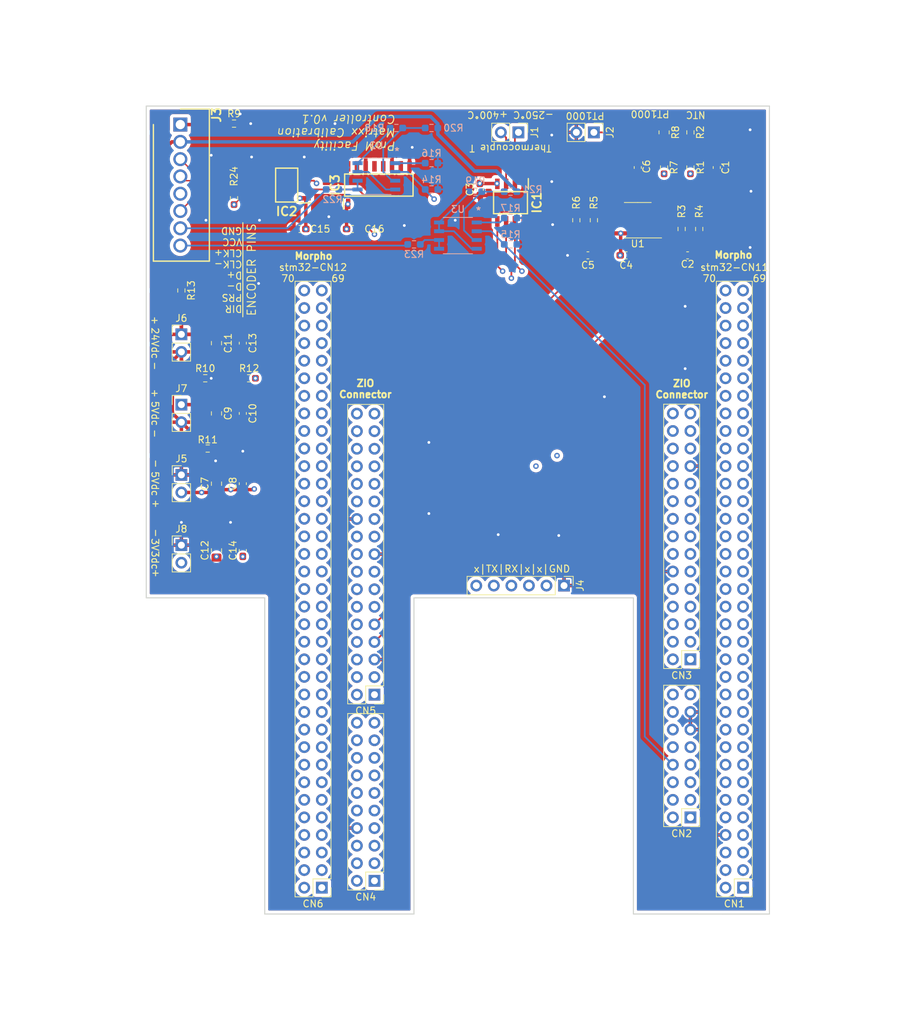
<source format=kicad_pcb>
(kicad_pcb (version 20211014) (generator pcbnew)
  (title_block (title "Expansion_Adapter") (date "2022-02-08") (rev "0.1.0") (company "ProM Facility"))
  (layers (0 "F.Cu" mixed) (1 "In1.Cu" mixed) (2 "In2.Cu" mixed) (31 "B.Cu" mixed) (34 "B.Paste" user) (35 "F.Paste" user) (36 "B.SilkS" user "B.Silkscreen") (37 "F.SilkS" user "F.Silkscreen") (38 "B.Mask" user) (39 "F.Mask" user) (44 "Edge.Cuts" user))
  (net 0 "")
  (net 1 "GND")
  (net 2 "+3V3")
  (net 3 "Net-(C1-Pad1)")
  (net 4 "Net-(C6-Pad1)")
  (net 41 "Net-(R5-Pad1)")
  (net 224 "Net-(IC1-Pad2)")
  (net 225 "Net-(IC1-Pad3)")
  (net 236 "Net-(R3-Pad1)")
  (net 237 "Net-(R16-Pad2)")
  (net 238 "Net-(R17-Pad2)")
  (net 239 "Net-(R18-Pad1)")
  (net 240 "Net-(R18-Pad2)")
  (net 241 "Net-(R19-Pad1)")
  (net 242 "Net-(R19-Pad2)")
  (net 243 "Net-(R22-Pad2)")
  (net 244 "Net-(R23-Pad2)")
  (net 245 "+5V")
  (net 246 "/encoder_interface/ENC_to_BUFF_DATA")
  (net 247 "/connectors/ENC_GND")
  (net 248 "/connectors/NTC_A_OUT")
  (net 249 "/connectors/RTD_A_OUT")
  (net 250 "/connectors/+5Vdc_ext")
  (net 251 "/connectors/GND_PWR")
  (net 252 "/connectors/+24Vdc_ext")
  (net 253 "/connectors/MCU_to_ENC_CLK")
  (net 254 "/connectors/BUFF_to_MCU_DATA")
  (net 255 "/connectors/MCU_PRESET")
  (net 256 "/connectors/MCU_DIR")
  (net 257 "/connectors/THCP_SPI_SCK")
  (net 258 "/connectors/THCP_SPI_NSS")
  (net 259 "/connectors/THCP_SPI_MISO")
  (net 261 "Net-(CN5-Pad16)")
  (net 262 "Net-(CN5-Pad14)")
  (net 263 "/connectors/ENC_SSI_CLK+")
  (net 264 "/connectors/ENC_SSI_CLK-")
  (net 265 "/connectors/ENC_SSI_DATA-")
  (net 266 "/connectors/ENC_SSI_DATA+")
  (net 267 "/connectors/ENC_VCC")
  (net 268 "/connectors/ENC_PRESET")
  (net 269 "/connectors/ENC_DIR")
  (footprint "Capacitor_SMD:C_0603_1608Metric_Pad1.08x0.95mm_HandSolder" (layer "F.Cu") (at 142.24 63.495 90)
    (fp_text reference "C6")
    (fp_text value "10n")
  )
  (footprint "Capacitor_SMD:C_0805_2012Metric_Pad1.18x1.45mm_HandSolder" (layer "F.Cu") (at 81.28 88.895 -90)
    (fp_text reference "C11")
    (fp_text value "1u 50V")
  )
  (footprint "Resistor_SMD:R_0603_1608Metric_Pad0.98x0.95mm_HandSolder" (layer "F.Cu") (at 146.05 63.495 -90)
    (fp_text reference "R7")
    (fp_text value "6k8")
  )
  (footprint "Resistor_SMD:R_0603_1608Metric_Pad0.98x0.95mm_HandSolder" (layer "F.Cu") (at 149.86 58.415 -90)
    (fp_text reference "R2")
    (fp_text value "NTCG163JH103JT1")
  )
  (footprint "Resistor_SMD:R_0603_1608Metric_Pad0.98x0.95mm_HandSolder" (layer "F.Cu") (at 149.86 63.495 -90)
    (fp_text reference "R1")
    (fp_text value "10k")
  )
  (footprint "Connector_PinHeader_2.54mm:PinHeader_2x17_P2.54mm_Vertical" (layer "F.Cu") (at 104.14 139.725 180)
    (fp_text reference "CN5")
    (fp_text value "CN10")
  )
  (footprint "Capacitor_SMD:C_0603_1608Metric_Pad1.08x0.95mm_HandSolder" (layer "F.Cu") (at 100.965 72.385)
    (fp_text reference "C16")
    (fp_text value "100n")
  )
  (footprint "Capacitor_SMD:C_0603_1608Metric_Pad1.08x0.95mm_HandSolder" (layer "F.Cu") (at 135.0275 76.195 180)
    (fp_text reference "C5")
    (fp_text value "10n")
  )
  (footprint "Resistor_SMD:R_0805_2012Metric_Pad1.20x1.40mm_HandSolder" (layer "F.Cu") (at 146.05 58.415 -90)
    (fp_text reference "R8")
    (fp_text value "P1K0.0805.2P.B")
  )
  (footprint "SamacSys_Parts:SOIC127P600X175-8N" (layer "F.Cu") (at 91.44 66.035 180)
    (fp_text reference "IC2")
    (fp_text value "MAX490CSA+" hide)
  )
  (footprint "Connector_PinHeader_2.54mm:PinHeader_1x02_P2.54mm_Vertical" (layer "F.Cu") (at 76.2 87.62)
    (fp_text reference "J6")
    (fp_text value "Screw_Terminal_01x02")
  )
  (footprint "Connector_PinHeader_2.54mm:PinHeader_1x02_P2.54mm_Vertical" (layer "F.Cu") (at 124.973 58.415 -90)
    (fp_text reference "J1")
    (fp_text value "Screw_Terminal_01x02")
  )
  (footprint "Connector_PinHeader_2.54mm:PinHeader_1x06_P2.54mm_Vertical" (layer "F.Cu") (at 131.572 123.952 -90)
    (fp_text reference "J4")
    (fp_text value "Conn_01x06")
  )
  (footprint "Resistor_SMD:R_0603_1608Metric_Pad0.98x0.95mm_HandSolder" (layer "F.Cu") (at 135.89 71.115 -90)
    (fp_text reference "R5")
    (fp_text value "10K")
  )
  (footprint "Resistor_SMD:R_0603_1608Metric_Pad0.98x0.95mm_HandSolder" (layer "F.Cu") (at 83.82 57.145)
    (fp_text reference "R9")
    (fp_text value "0R")
  )
  (footprint "Capacitor_SMD:C_0805_2012Metric_Pad1.18x1.45mm_HandSolder" (layer "F.Cu") (at 81.28 99.055 -90)
    (fp_text reference "C9")
    (fp_text value "1u 10V")
  )
  (footprint "Connector_PinHeader_2.54mm:PinHeader_1x02_P2.54mm_Vertical" (layer "F.Cu") (at 76.2 118.105)
    (fp_text reference "J8")
    (fp_text value "Conn_01x02")
  )
  (footprint "Capacitor_SMD:C_0805_2012Metric_Pad1.18x1.45mm_HandSolder" (layer "F.Cu") (at 81.28 118.867 90)
    (fp_text reference "C12")
    (fp_text value "1u 10V")
  )
  (footprint "Capacitor_SMD:C_0603_1608Metric_Pad1.08x0.95mm_HandSolder" (layer "F.Cu") (at 85.09 99.055 -90)
    (fp_text reference "C10")
    (fp_text value "100n 10V")
  )
  (footprint "Connector_PinHeader_2.54mm:PinHeader_2x08_P2.54mm_Vertical" (layer "F.Cu") (at 149.86 157.475 180)
    (fp_text reference "CN2")
    (fp_text value "CN8")
  )
  (footprint "Connector_PinHeader_2.54mm:PinHeader_2x10_P2.54mm_Vertical" (layer "F.Cu") (at 104.14 166.645 180)
    (fp_text reference "CN4")
    (fp_text value "CN7")
  )
  (footprint "Capacitor_SMD:C_0603_1608Metric_Pad1.08x0.95mm_HandSolder" (layer "F.Cu") (at 93.345 72.385 180)
    (fp_text reference "C15")
    (fp_text value "100n")
  )
  (footprint "SamacSys_Parts:SOIC127P600X175-8N" (layer "F.Cu") (at 123.825 68.575 -90)
    (fp_text reference "IC1")
    (fp_text value "MAX31855TASA+" hide)
  )
  (footprint "Capacitor_SMD:C_0603_1608Metric_Pad1.08x0.95mm_HandSolder" (layer "F.Cu") (at 85.09 88.895 -90)
    (fp_text reference "C13")
    (fp_text value "100n 50V")
  )
  (footprint "Capacitor_SMD:C_0603_1608Metric_Pad1.08x0.95mm_HandSolder" (layer "F.Cu") (at 119.385 66.67 90)
    (fp_text reference "C3")
    (fp_text value "100n")
  )
  (footprint "Resistor_SMD:R_0603_1608Metric_Pad0.98x0.95mm_HandSolder" (layer "F.Cu") (at 151.13 72.385 90)
    (fp_text reference "R4")
    (fp_text value "100k")
  )
  (footprint "Capacitor_SMD:C_0603_1608Metric_Pad1.08x0.95mm_HandSolder" (layer "F.Cu") (at 140.5625 76.195 180)
    (fp_text reference "C4")
    (fp_text value "100n")
  )
  (footprint "Connector_PinHeader_2.54mm:PinHeader_2x15_P2.54mm_Vertical" (layer "F.Cu") (at 149.86 134.615 180)
    (fp_text reference "CN3")
    (fp_text value "CN9")
  )
  (footprint "Connector_PinHeader_2.54mm:PinHeader_1x02_P2.54mm_Vertical" (layer "F.Cu") (at 135.89 58.415 -90)
    (fp_text reference "J2")
    (fp_text value "NB-PTCO-126")
  )
  (footprint "SamacSys_Parts:SHDR8W80P0X250_1X8_2200X810X1010P" (layer "F.Cu") (at 76.05 57.285 -90)
    (fp_text reference "J3")
    (fp_text value "691382000008" hide)
  )
  (footprint "Capacitor_SMD:C_0603_1608Metric_Pad1.08x0.95mm_HandSolder" (layer "F.Cu") (at 153.67 63.495 90)
    (fp_text reference "C1")
    (fp_text value "10n")
  )
  (footprint "Resistor_SMD:R_0603_1608Metric_Pad0.98x0.95mm_HandSolder" (layer "F.Cu") (at 76.2 81.275 -90)
    (fp_text reference "R13")
    (fp_text value "0R")
  )
  (footprint "Connector_PinHeader_2.54mm:PinHeader_2x35_P2.54mm_Vertical" (layer "F.Cu") (at 157.48 167.635 180)
    (fp_text reference "CN1")
    (fp_text value "CN11")
  )
  (footprint "Resistor_SMD:R_0603_1608Metric_Pad0.98x0.95mm_HandSolder" (layer "F.Cu") (at 80.01 104.135 180)
    (fp_text reference "R11")
    (fp_text value "0R")
  )
  (footprint "Resistor_SMD:R_0603_1608Metric_Pad0.98x0.95mm_HandSolder" (layer "F.Cu") (at 148.59 72.385 -90)
    (fp_text reference "R3")
    (fp_text value "22k")
  )
  (footprint "Capacitor_SMD:C_0805_2012Metric_Pad1.18x1.45mm_HandSolder" (layer "F.Cu") (at 81.28 109.215 90)
    (fp_text reference "C7")
    (fp_text value "1u 10V")
  )
  (footprint "Connector_PinHeader_2.54mm:PinHeader_1x02_P2.54mm_Vertical" (layer "F.Cu") (at 76.2 97.785)
    (fp_text reference "J7")
    (fp_text value "Screw_Terminal_01x02")
  )
  (footprint "Capacitor_SMD:C_0603_1608Metric_Pad1.08x0.95mm_HandSolder" (layer "F.Cu") (at 149.4525 76.195)
    (fp_text reference "C2")
    (fp_text value "10n")
  )
  (footprint "Resistor_SMD:R_0603_1608Metric_Pad0.98x0.95mm_HandSolder" (layer "F.Cu") (at 133.35 71.115 90)
    (fp_text reference "R6")
    (fp_text value "2k4")
  )
  (footprint "Connector_PinHeader_2.54mm:PinHeader_1x02_P2.54mm_Vertical" (layer "F.Cu") (at 76.2 107.945)
    (fp_text reference "J5")
    (fp_text value "Conn_01x02")
  )
  (footprint "Resistor_SMD:R_0603_1608Metric_Pad0.98x0.95mm_HandSolder" (layer "F.Cu") (at 86.0025 93.975 180)
    (fp_text reference "R12")
    (fp_text value "0R")
  )
  (footprint "Connector_PinHeader_2.54mm:PinHeader_2x35_P2.54mm_Vertical" (layer "F.Cu") (at 96.52 167.635 180)
    (fp_text reference "CN6")
    (fp_text value "C12")
  )
  (footprint "Resistor_SMD:R_0603_1608Metric_Pad0.98x0.95mm_HandSolder" (layer "F.Cu") (at 79.6525 93.975)
    (fp_text reference "R10")
    (fp_text value "0R")
  )
  (footprint "Capacitor_SMD:C_0603_1608Metric_Pad1.08x0.95mm_HandSolder" (layer "F.Cu") (at 85.09 109.215 90)
    (fp_text reference "C8")
    (fp_text value "100n 10V")
  )
  (footprint "Package_SO:SOIC-8_3.9x4.9mm_P1.27mm" (layer "F.Cu") (at 142.24 71.115 180)
    (fp_text reference "U1")
    (fp_text value "MCP6477")
  )
  (footprint "SamacSys_Parts:SOIC127P600X175-16N" (layer "F.Cu") (at 104.775 66.035 90)
    (fp_text reference "IC3")
    (fp_text value "CD4050BD" hide)
  )
  (footprint "Resistor_SMD:R_0603_1608Metric_Pad0.98x0.95mm_HandSolder" (layer "F.Cu") (at 83.82 67.94 90)
    (fp_text reference "R24")
    (fp_text value "120R")
  )
  (footprint "Capacitor_SMD:C_0603_1608Metric_Pad1.08x0.95mm_HandSolder" (layer "F.Cu") (at 85.09 118.867 90)
    (fp_text reference "C14")
    (fp_text value "100n 10V")
  )
  (footprint "Resistor_SMD:R_0603_1608Metric_Pad0.98x0.95mm_HandSolder" (layer "B.Cu") (at 112.395 57.78 180)
    (fp_text reference "R20")
    (fp_text value "0R")
  )
  (footprint "Resistor_SMD:R_0603_1608Metric_Pad0.98x0.95mm_HandSolder" (layer "B.Cu") (at 112.395 62.86 180)
    (fp_text reference "R16")
    (fp_text value "2K2")
  )
  (footprint "Resistor_SMD:R_0603_1608Metric_Pad0.98x0.95mm_HandSolder" (layer "B.Cu") (at 123.832625 74.6125 180)
    (fp_text reference "R15")
    (fp_text value "47K")
  )
  (footprint "Resistor_SMD:R_0603_1608Metric_Pad0.98x0.95mm_HandSolder" (layer "B.Cu") (at 98.0675 66.67)
    (fp_text reference "R22")
    (fp_text value "0R")
  )
  (footprint "Resistor_SMD:R_0603_1608Metric_Pad0.98x0.95mm_HandSolder" (layer "B.Cu") (at 123.832625 66.9925 180)
    (fp_text reference "R21")
    (fp_text value "0R")
  )
  (footprint "Resistor_SMD:R_0603_1608Metric_Pad0.98x0.95mm_HandSolder" (layer "B.Cu") (at 123.832625 70.8025 180)
    (fp_text reference "R17")
    (fp_text value "2K2")
  )
  (footprint "Resistor_SMD:R_0603_1608Metric_Pad0.98x0.95mm_HandSolder" (layer "B.Cu") (at 107.315 57.78)
    (fp_text reference "R18")
    (fp_text value "47K")
  )
  (footprint "footprints:SQ4532AEY-T1_GE3" (layer "B.Cu") (at 116.212625 73.3425 180)
    (fp_text reference "U3")
    (fp_text value "SQ4532AEY-T1_GE3")
  )
  (footprint "Resistor_SMD:R_0603_1608Metric_Pad0.98x0.95mm_HandSolder" (layer "B.Cu") (at 109.862625 74.6125)
    (fp_text reference "R23")
    (fp_text value "0R")
  )
  (footprint "Resistor_SMD:R_0603_1608Metric_Pad0.98x0.95mm_HandSolder" (layer "B.Cu") (at 118.752625 66.9925)
    (fp_text reference "R19")
    (fp_text value "47K")
  )
  (footprint "footprints:SQ4532AEY-T1_GE3" (layer "B.Cu") (at 104.4175 64.77 180)
    (fp_text reference "U2")
    (fp_text value "SQ4532AEY-T1_GE3")
  )
  (footprint "Resistor_SMD:R_0603_1608Metric_Pad0.98x0.95mm_HandSolder" (layer "B.Cu") (at 112.395 66.67 180)
    (fp_text reference "R14")
    (fp_text value "47K")
  )
  (gr_line (start 85.09 85.085) (end 85.099 71.474) (layer "F.SilkS") (width 0.14986))
  (gr_line (start 141.605 171.445) (end 161.29 171.45) (layer "Edge.Cuts") (width 0.14986))
  (gr_line (start 141.605 125.725) (end 141.605 171.445) (layer "Edge.Cuts") (width 0.14986))
  (gr_line (start 71.12 125.725) (end 71.12 54.61) (layer "Edge.Cuts") (width 0.14986))
  (gr_line (start 88.265 171.445) (end 109.855 171.445) (layer "Edge.Cuts") (width 0.14986))
  (gr_line (start 109.855 125.725) (end 141.605 125.725) (layer "Edge.Cuts") (width 0.14986))
  (gr_line (start 161.29 171.45) (end 161.29 54.61) (layer "Edge.Cuts") (width 0.14986))
  (gr_line (start 71.12 125.725) (end 88.265 125.725) (layer "Edge.Cuts") (width 0.14986))
  (gr_line (start 161.29 54.61) (end 71.12 54.61) (layer "Edge.Cuts") (width 0.14986))
  (gr_line (start 109.855 171.445) (end 109.855 125.725) (layer "Edge.Cuts") (width 0.14986))
  (gr_line (start 88.265 125.725) (end 88.265 171.445) (layer "Edge.Cuts") (width 0.14986))
  (gr_text "+      -" (at 72.39 109.22 90) (layer "F.SilkS") (effects (font (size 1.000759 1.000759) (thickness 0.14986))))
  (gr_text "5Vdc" (at 72.39 99.06 270) (layer "F.SilkS") (effects (font (size 1.000759 1.000759) (thickness 0.14986))))
  (gr_text "ENCODER PINS" (at 86.36 78.2795 90) (layer "F.SilkS") (effects (font (size 1.2 1.2) (thickness 0.14986))))
  (gr_text "PT1000" (at 144.018 55.753 180) (layer "F.SilkS") (effects (font (size 1.000759 1.000759) (thickness 0.14986))))
  (gr_text "DIR\nPRS\nD-\nD+\nCLK-\nCLK+\nVCC\nGND" (at 85.0945 78.2795 180) (layer "F.SilkS") (effects (font (size 1.000759 1.000759) (thickness 0.14986)) (justify left)))
  (gr_text "Morpho" (at 95.33 76.29) (layer "F.SilkS") (effects (font (size 1.000759 1.000759) (thickness 0.25019))))
  (gr_text "Thermocouple T\n\n\n-250°C +400°C" (at 123.825 58.293 180) (layer "F.SilkS") (effects (font (size 1.000759 1.000759) (thickness 0.14986))))
  (gr_text "stm32-CN11\n70       69" (at 156.215 78.74) (layer "F.SilkS") (effects (font (size 1.000759 1.000759) (thickness 0.14986))))
  (gr_text "5Vdc" (at 72.39 109.22 270) (layer "F.SilkS") (effects (font (size 1.000759 1.000759) (thickness 0.14986))))
  (gr_text "ZIO\nConnector" (at 102.83 95.5) (layer "F.SilkS") (effects (font (size 1.000759 1.000759) (thickness 0.25019))))
  (gr_text "PT1000" (at 134.62 56.007 180) (layer "F.SilkS") (effects (font (size 1.000759 1.000759) (thickness 0.14986))))
  (gr_text "3V3dc" (at 72.39 119.38 270) (layer "F.SilkS") (effects (font (size 1.000759 1.000759) (thickness 0.14986))))
  (gr_text "ProM Facility\nMatrixx Calibration \nController v0.1" (at 107.315 58.415 180) (layer "F.SilkS") (effects (font (size 1.2 1.2) (thickness 0.14986) italic) (justify left)))
  (gr_text "NTC" (at 150.622 55.88 180) (layer "F.SilkS") (effects (font (size 1.000759 1.000759) (thickness 0.14986))))
  (gr_text "ZIO\nConnector" (at 148.61 95.53) (layer "F.SilkS") (effects (font (size 1.000759 1.000759) (thickness 0.25019))))
  (gr_text "+      -" (at 72.39 99.06 270) (layer "F.SilkS") (effects (font (size 1.000759 1.000759) (thickness 0.14986))))
  (gr_text "+       -" (at 72.39 88.9 270) (layer "F.SilkS") (effects (font (size 1.000759 1.000759) (thickness 0.14986))))
  (gr_text "24Vdc" (at 72.39 88.9 270) (layer "F.SilkS") (effects (font (size 1.000759 1.000759) (thickness 0.14986))))
  (gr_text "stm32-CN12\n70       69" (at 95.25 78.74) (layer "F.SilkS") (effects (font (size 1.000759 1.000759) (thickness 0.14986))))
  (gr_text "x|TX|RX|x|x|GND" (at 125.476 121.539) (layer "F.SilkS") (effects (font (size 1.000759 1.000759) (thickness 0.14986))))
  (gr_text "+      -" (at 72.39 119.253 90) (layer "F.SilkS") (effects (font (size 1.000759 1.000759) (thickness 0.14986))))
  (gr_text "Morpho" (at 156.09 76.14) (layer "F.SilkS") (effects (font (size 1.000759 1.000759) (thickness 0.25019))))
  (segment (start 102.87 62.0605) (end 104.3515 60.579) (width 0.5) (layer "F.Cu") (net 1))
  (segment (start 109.22 60.96) (end 109.601 60.579) (width 0.5) (layer "F.Cu") (net 1))
  (segment (start 94.152 64.13) (end 94.152 62.148) (width 0.5) (layer "F.Cu") (net 1))
  (segment (start 125.73 66.579522) (end 125.73 65.863) (width 0.5) (layer "F.Cu") (net 1))
  (segment (start 107.95 71.374) (end 108.458 71.882) (width 0.5) (layer "F.Cu") (net 1))
  (segment (start 102.87 63.323) (end 102.87 62.0605) (width 0.5) (layer "F.Cu") (net 1))
  (segment (start 107.2825 71.882) (end 108.458 71.882) (width 0.5) (layer "F.Cu") (net 1))
  (segment (start 124.777022 67.5325) (end 125.73 66.579522) (width 0.5) (layer "F.Cu") (net 1))
  (segment (start 144.162151 69.21) (end 144.715 69.21) (width 0.5) (layer "F.Cu") (net 1))
  (segment (start 89.5635 61.976) (end 93.98 61.976) (width 0.5) (layer "F.Cu") (net 1))
  (segment (start 81.455 108.3525) (end 81.28 108.1775) (width 0.5) (layer "F.Cu") (net 1))
  (segment (start 105.41 70.0095) (end 107.2825 71.882) (width 0.5) (layer "F.Cu") (net 1))
  (segment (start 105.41 68.747) (end 105.41 70.0095) (width 0.5) (layer "F.Cu") (net 1))
  (segment (start 94.152 62.148) (end 93.98 61.976) (width 0.5) (layer "F.Cu") (net 1))
  (segment (start 81.0475 107.945) (end 76.2 107.945) (width 0.5) (layer "F.Cu") (net 1))
  (segment (start 109.22 71.12) (end 108.458 71.882) (width 0.5) (layer "F.Cu") (net 1))
  (segment (start 119.385 67.5325) (end 124.777022 67.5325) (width 0.5) (layer "F.Cu") (net 1))
  (segment (start 107.95 68.747) (end 107.95 71.374) (width 0.5) (layer "F.Cu") (net 1))
  (segment (start 84.7325 57.145) (end 89.5635 61.976) (width 0.5) (layer "F.Cu") (net 1))
  (segment (start 109.22 68.747) (end 109.22 71.12) (width 0.5) (layer "F.Cu") (net 1))
  (segment (start 109.22 63.323) (end 109.22 60.96) (width 0.5) (layer "F.Cu") (net 1))
  (segment (start 106.68 62.0605) (end 108.1615 60.579) (width 0.5) (layer "F.Cu") (net 1))
  (segment (start 141.425 76.195) (end 141.425 71.947151) (width 0.5) (layer "F.Cu") (net 1))
  (segment (start 108.1615 60.579) (end 109.601 60.579) (width 0.5) (layer "F.Cu") (net 1))
  (segment (start 106.68 63.323) (end 106.68 62.0605) (width 0.5) (layer "F.Cu") (net 1))
  (segment (start 81.28 108.1775) (end 81.0475 107.945) (width 0.5) (layer "F.Cu") (net 1))
  (segment (start 141.425 71.947151) (end 144.162151 69.21) (width 0.5) (layer "F.Cu") (net 1))
  (segment (start 85.09 108.3525) (end 81.455 108.3525) (width 0.5) (layer "F.Cu") (net 1))
  (segment (start 104.3515 60.579) (end 109.601 60.579) (width 0.5) (layer "F.Cu") (net 1))
  (via (at 112.014 113.538) (size 0.8) (drill 0.4) (layers "F.Cu" "B.Cu") (net 1))
  (via (at 149.098 92.583) (size 0.8) (drill 0.4) (layers "F.Cu" "B.Cu") (net 1))
  (via (at 86.233 57.15) (size 0.8) (drill 0.4) (layers "F.Cu" "B.Cu") (net 1))
  (via (at 137.414 96.647) (size 0.8) (drill 0.4) (layers "F.Cu" "B.Cu") (net 1))
  (via (at 98.425 57.15) (size 0.8) (drill 0.4) (layers "F.Cu" "B.Cu") (net 1))
  (via (at 79.756 71.12) (size 0.8) (drill 0.4) (layers "F.Cu" "B.Cu") (net 1))
  (via (at 129.921 71.755) (size 0.8) (drill 0.4) (layers "F.Cu" "B.Cu") (net 1))
  (via (at 149.098 83.566) (size 0.8) (drill 0.4) (layers "F.Cu" "B.Cu") (net 1))
  (via (at 108.458 71.882) (size 0.8) (drill 0.4) (layers "F.Cu" "B.Cu") (net 1))
  (via (at 97.536 70.612) (size 0.8) (drill 0.4) (layers "F.Cu" "B.Cu") (net 1))
  (via (at 85.09 104.521) (size 0.8) (drill 0.4) (layers "F.Cu" "B.Cu") (net 1))
  (via (at 80.518 61.722) (size 0.8) (drill 0.4) (layers "F.Cu" "B.Cu") (net 1))
  (via (at 87.376 80.264) (size 0.8) (drill 0.4) (layers "F.Cu" "B.Cu") (net 1))
  (via (at 86.36 61.976) (size 0.8) (drill 0.4) (layers "F.Cu" "B.Cu") (net 1))
  (via (at 158.496 75.057) (size 0.8) (drill 0.4) (layers "F.Cu" "B.Cu") (net 1))
  (via (at 81.153 105.918) (size 0.8) (drill 0.4) (layers "F.Cu" "B.Cu") (net 1))
  (via (at 84.709 55.753) (size 0.8) (drill 0.4) (layers "F.Cu" "B.Cu") (net 1))
  (via (at 83.312 114.808) (size 0.8) (drill 0.4) (layers "F.Cu" "B.Cu") (net 1))
  (via (at 80.518 93.98) (size 0.8) (drill 0.4) (layers "F.Cu" "B.Cu") (net 1))
  (via (at 132.08 76.2) (size 0.8) (drill 0.4) (layers "F.Cu" "B.Cu") (net 1))
  (via (at 158.623 66.929) (size 0.8) (drill 0.4) (layers "F.Cu" "B.Cu") (net 1))
  (via (at 115.824 71.12) (size 0.8) (drill 0.4) (layers "F.Cu" "B.Cu") (net 1))
  (via (at 122.047 116.586) (size 0.8) (drill 0.4) (layers "F.Cu" "B.Cu") (net 1))
  (via (at 130.81 116.713) (size 0.8) (drill 0.4) (layers "F.Cu" "B.Cu") (net 1))
  (via (at 129.794 65.532) (size 0.8) (drill 0.4) (layers "F.Cu" "B.Cu") (net 1))
  (via (at 87.503 71.12) (size 0.8) (drill 0.4) (layers "F.Cu" "B.Cu") (net 1))
  (via (at 93.98 61.976) (size 0.8) (drill 0.4) (layers "F.Cu" "B.Cu") (net 1))
  (via (at 129.794 58.801) (size 0.8) (drill 0.4) (layers "F.Cu" "B.Cu") (net 1))
  (via (at 109.601 60.579) (size 0.8) (drill 0.4) (layers "F.Cu" "B.Cu") (net 1))
  (via (at 112.014 103.251) (size 0.8) (drill 0.4) (layers "F.Cu" "B.Cu") (net 1))
  (via (at 158.496 58.039) (size 0.8) (drill 0.4) (layers "F.Cu" "B.Cu") (net 1))
  (via (at 76.2 114.808) (size 0.8) (drill 0.4) (layers "F.Cu" "B.Cu") (net 1))
  (segment (start 100.1025 68.9745) (end 100.2865 68.7905) (width 0.5) (layer "F.Cu") (net 2))
  (segment (start 119.385 65.8075) (end 121.8645 65.8075) (width 0.5) (layer "F.Cu") (net 2))
  (segment (start 139.765 76.13) (end 139.7 76.195) (width 0.5) (layer "F.Cu") (net 2))
  (segment (start 100.2865 68.7905) (end 100.33 68.747) (width 0.5) (layer "F.Cu") (net 2))
  (segment (start 100.1025 72.385) (end 100.1025 68.9745) (width 0.5) (layer "F.Cu") (net 2))
  (segment (start 121.8645 65.8075) (end 121.92 65.863) (width 0.5) (layer "F.Cu") (net 2))
  (segment (start 139.765 73.02) (end 139.765 76.13) (width 0.5) (layer "F.Cu") (net 2))
  (via (at 146.05 64.389) (size 0.8) (drill 0.4) (layers "F.Cu" "B.Cu") (net 2))
  (via (at 149.86 64.389) (size 0.8) (drill 0.4) (layers "F.Cu" "B.Cu") (net 2))
  (via (at 85.09 119.761) (size 0.8) (drill 0.4) (layers "F.Cu" "B.Cu") (net 2))
  (via (at 119.385 65.8075) (size 0.8) (drill 0.4) (layers "F.Cu" "B.Cu") (net 2))
  (via (at 100.1025 72.385) (size 0.8) (drill 0.4) (layers "F.Cu" "B.Cu") (net 2))
  (via (at 100.2865 68.7905) (size 0.8) (drill 0.4) (layers "F.Cu" "B.Cu") (net 2))
  (via (at 139.7 76.195) (size 0.8) (drill 0.4) (layers "F.Cu" "B.Cu") (net 2))
  (via (at 139.765 73.02) (size 0.8) (drill 0.4) (layers "F.Cu" "B.Cu") (net 2))
  (via (at 121.8645 65.8075) (size 0.8) (drill 0.4) (layers "F.Cu" "B.Cu") (net 2))
  (via (at 81.28 119.761) (size 0.8) (drill 0.4) (layers "F.Cu" "B.Cu") (net 2))
  (segment (start 149.86 59.3275) (end 149.86 62.5825) (width 0.25) (layer "F.Cu") (net 3))
  (segment (start 151.895 62.5825) (end 153.67 64.3575) (width 0.25) (layer "F.Cu") (net 3))
  (segment (start 147.5475 70.48) (end 144.715 70.48) (width 0.25) (layer "F.Cu") (net 3))
  (segment (start 149.86 62.5825) (end 151.895 62.5825) (width 0.25) (layer "F.Cu") (net 3))
  (segment (start 153.67 64.3575) (end 147.5475 70.48) (width 0.25) (layer "F.Cu") (net 3))
  (segment (start 142.24 64.3575) (end 142.24 66.735) (width 0.25) (layer "F.Cu") (net 4))
  (segment (start 145.05 58.415) (end 146.05 59.415) (width 0.25) (layer "F.Cu") (net 4))
  (segment (start 135.89 58.415) (end 145.05 58.415) (width 0.25) (layer "F.Cu") (net 4))
  (segment (start 146.05 62.5825) (end 144.015 62.5825) (width 0.25) (layer "F.Cu") (net 4))
  (segment (start 146.05 59.415) (end 146.05 62.5825) (width 0.25) (layer "F.Cu") (net 4))
  (segment (start 142.24 66.735) (end 139.765 69.21) (width 0.25) (layer "F.Cu") (net 4))
  (segment (start 144.015 62.5825) (end 142.24 64.3575) (width 0.25) (layer "F.Cu") (net 4))
  (segment (start 133.35 70.2025) (end 135.89 70.2025) (width 0.25) (layer "F.Cu") (net 41))
  (segment (start 139.765 70.48) (end 136.1675 70.48) (width 0.25) (layer "F.Cu") (net 41))
  (segment (start 136.1675 70.48) (end 135.89 70.2025) (width 0.25) (layer "F.Cu") (net 41))
  (segment (start 124.46 58.928) (end 124.973 58.415) (width 0.25) (layer "F.Cu") (net 224))
  (segment (start 124.46 65.863) (end 124.46 58.928) (width 0.25) (layer "F.Cu") (net 224))
  (segment (start 123.19 59.172) (end 123.19 65.863) (width 0.25) (layer "F.Cu") (net 225))
  (segment (start 122.433 58.415) (end 123.19 59.172) (width 0.25) (layer "F.Cu") (net 225))
  (segment (start 148.59 71.4725) (end 151.13 71.4725) (width 0.25) (layer "F.Cu") (net 236))
  (segment (start 144.715 71.75) (end 148.3125 71.75) (width 0.25) (layer "F.Cu") (net 236))
  (segment (start 148.3125 71.75) (end 148.59 71.4725) (width 0.25) (layer "F.Cu") (net 236))
  (segment (start 107.14165 62.865) (end 111.4775 62.865) (width 0.25) (layer "B.Cu") (net 237))
  (segment (start 111.4775 62.865) (end 111.4825 62.86) (width 0.25) (layer "B.Cu") (net 237))
  (segment (start 122.285125 71.4375) (end 118.936775 71.4375) (width 0.25) (layer "B.Cu") (net 238))
  (segment (start 122.920125 70.8025) (end 122.285125 71.4375) (width 0.25) (layer "B.Cu") (net 238))
  (segment (start 107.14165 66.675) (end 105.796 66.675) (width 0.25) (layer "B.Cu") (net 239))
  (segment (start 101.69335 62.865) (end 101.69335 64.135) (width 0.25) (layer "B.Cu") (net 239))
  (segment (start 105.796 66.675) (end 103.256 64.135) (width 0.25) (layer "B.Cu") (net 239))
  (segment (start 106.4025 58.15585) (end 101.69335 62.865) (width 0.25) (layer "B.Cu") (net 239))
  (segment (start 103.256 64.135) (end 101.69335 64.135) (width 0.25) (layer "B.Cu") (net 239))
  (segment (start 106.4025 57.78) (end 106.4025 58.15585) (width 0.25) (layer "B.Cu") (net 239))
  (segment (start 105.41 60.5975) (end 105.41 64.1242) (width 0.25) (layer "B.Cu") (net 240))
  (segment (start 105.41 64.1242) (end 106.6908 65.405) (width 0.25) (layer "B.Cu") (net 240))
  (segment (start 111.4825 57.78) (end 108.2275 57.78) (width 0.25) (layer "B.Cu") (net 240))
  (segment (start 108.2275 57.78) (end 105.41 60.5975) (width 0.25) (layer "B.Cu") (net 240))
  (segment (start 106.6908 65.405) (end 107.14165 65.405) (width 0.25) (layer "B.Cu") (net 240))
  (segment (start 118.1785 75.2475) (end 115.6385 72.7075) (width 0.25) (layer "B.Cu") (net 241))
  (segment (start 113.488475 71.4375) (end 113.488475 72.7075) (width 0.25) (layer "B.Cu") (net 241))
  (segment (start 118.936775 75.2475) (end 118.1785 75.2475) (width 0.25) (layer "B.Cu") (net 241))
  (segment (start 117.840125 67.08585) (end 113.488475 71.4375) (width 0.25) (layer "B.Cu") (net 241))
  (segment (start 117.840125 66.9925) (end 117.840125 67.08585) (width 0.25) (layer "B.Cu") (net 241))
  (segment (start 115.6385 72.7075) (end 113.488475 72.7075) (width 0.25) (layer "B.Cu") (net 241))
  (segment (start 118.485925 73.9775) (end 118.936775 73.9775) (width 0.25) (layer "B.Cu") (net 242))
  (segment (start 117.094 72.585575) (end 118.485925 73.9775) (width 0.25) (layer "B.Cu") (net 242))
  (segment (start 117.094 69.563625) (end 117.094 72.585575) (width 0.25) (layer "B.Cu") (net 242))
  (segment (start 119.665125 66.9925) (end 117.094 69.563625) (width 0.25) (layer "B.Cu") (net 242))
  (segment (start 122.920125 66.9925) (end 119.665125 66.9925) (width 0.25) (layer "B.Cu") (net 242))
  (segment (start 101.69335 66.675) (end 98.985 66.675) (width 0.25) (layer "B.Cu") (net 243))
  (segment (start 101.69335 65.405) (end 101.69335 66.675) (width 0.25) (layer "B.Cu") (net 243))
  (segment (start 98.985 66.675) (end 98.98 66.67) (width 0.25) (layer "B.Cu") (net 243))
  (segment (start 113.488475 75.2475) (end 113.488475 73.9775) (width 0.25) (layer "B.Cu") (net 244))
  (segment (start 111.410125 73.9775) (end 113.488475 73.9775) (width 0.25) (layer "B.Cu") (net 244))
  (segment (start 110.775125 74.6125) (end 111.410125 73.9775) (width 0.25) (layer "B.Cu") (net 244))
  (segment (start 94.22325 72.40075) (end 94.2075 72.385) (width 0.5) (layer "F.Cu") (net 245))
  (segment (start 83.3435 110.0775) (end 81.455 110.0775) (width 0.5) (layer "F.Cu") (net 245))
  (segment (start 85.09 110.0775) (end 83.3435 110.0775) (width 0.5) (layer "F.Cu") (net 245))
  (segment (start 94.2075 67.9955) (end 94.152 67.94) (width 0.5) (layer "F.Cu") (net 245))
  (segment (start 81.28 110.2525) (end 81.0475 110.485) (width 0.5) (layer "F.Cu") (net 245))
  (segment (start 94.2075 72.385) (end 94.2075 67.9955) (width 0.5) (layer "F.Cu") (net 245))
  (segment (start 79.126 110.485) (end 76.2 110.485) (width 0.5) (layer "F.Cu") (net 245))
  (segment (start 86.6455 110.0775) (end 85.09 110.0775) (width 0.5) (layer "F.Cu") (net 245))
  (segment (start 86.741 109.982) (end 86.6455 110.0775) (width 0.5) (layer "F.Cu") (net 245))
  (segment (start 81.0475 110.485) (end 79.126 110.485) (width 0.5) (layer "F.Cu") (net 245))
  (segment (start 81.455 110.0775) (end 81.28 110.2525) (width 0.5) (layer "F.Cu") (net 245))
  (via (at 86.741 109.982) (size 0.8) (drill 0.4) (layers "F.Cu" "B.Cu") (net 245))
  (via (at 94.22325 72.40075) (size 0.8) (drill 0.4) (layers "F.Cu" "B.Cu") (net 245))
  (via (at 79.126 110.485) (size 0.8) (drill 0.4) (layers "F.Cu" "B.Cu") (net 245))
  (via (at 86.915 93.975) (size 0.8) (drill 0.4) (layers "F.Cu" "B.Cu") (net 245))
  (via (at 93.345 67.945) (size 0.8) (drill 0.4) (layers "F.Cu" "B.Cu") (net 245))
  (via (at 83.3435 110.0775) (size 0.8) (drill 0.4) (layers "F.Cu" "B.Cu") (net 245))
  (segment (start 94.152 66.67) (end 101.8055 66.67) (width 0.25) (layer "F.Cu") (net 246))
  (segment (start 102.87 67.7345) (end 102.87 68.747) (width 0.25) (layer "F.Cu") (net 246))
  (segment (start 101.8055 66.67) (end 102.87 67.7345) (width 0.25) (layer "F.Cu") (net 246))
  (segment (start 76.05 57.285) (end 82.7675 57.285) (width 0.5) (layer "F.Cu") (net 247))
  (segment (start 82.7675 57.285) (end 82.9075 57.145) (width 0.5) (layer "F.Cu") (net 247))
  (segment (start 104.14 132.105) (end 107.188 129.057) (width 0.25) (layer "F.Cu") (net 248))
  (segment (start 126.275489 107.404511) (end 126.275489 98.509511) (width 0.25) (layer "F.Cu") (net 248))
  (segment (start 148.59 76.195) (end 148.59 73.2975) (width 0.25) (layer "F.Cu") (net 248))
  (segment (start 107.188 129.057) (end 107.188 126.492) (width 0.25) (layer "F.Cu") (net 248))
  (segment (start 148.59 73.2975) (end 144.9925 73.2975) (width 0.25) (layer "F.Cu") (net 248))
  (segment (start 144.9925 73.2975) (end 144.715 73.02) (width 0.25) (layer "F.Cu") (net 248))
  (segment (start 107.188 126.492) (end 126.275489 107.404511) (width 0.25) (layer "F.Cu") (net 248))
  (segment (start 126.275489 98.509511) (end 148.59 76.195) (width 0.25) (layer "F.Cu") (net 248))
  (segment (start 104.14 129.54) (end 106.299 127.381) (width 0.25) (layer "F.Cu") (net 249))
  (segment (start 106.299 127.381) (end 106.299 125.349) (width 0.25) (layer "F.Cu") (net 249))
  (segment (start 124.46 107.188) (end 124.46 87.625) (width 0.25) (layer "F.Cu") (net 249))
  (segment (start 136.1675 71.75) (end 139.765 71.75) (width 0.25) (layer "F.Cu") (net 249))
  (segment (start 135.89 72.0275) (end 136.1675 71.75) (width 0.25) (layer "F.Cu") (net 249))
  (segment (start 104.14 129.565) (end 104.14 129.54) (width 0.25) (layer "F.Cu") (net 249))
  (segment (start 106.299 125.349) (end 124.46 107.188) (width 0.25) (layer "F.Cu") (net 249))
  (segment (start 124.46 87.625) (end 135.89 76.195) (width 0.25) (layer "F.Cu") (net 249))
  (segment (start 135.89 76.195) (end 135.89 72.0275) (width 0.25) (layer "F.Cu") (net 249))
  (segment (start 81.28 98.0175) (end 84.915 98.0175) (width 0.5) (layer "F.Cu") (net 250))
  (segment (start 76.2 97.785) (end 81.0475 97.785) (width 0.5) (layer "F.Cu") (net 250))
  (segment (start 84.915 98.0175) (end 85.09 98.1925) (width 0.5) (layer "F.Cu") (net 250))
  (segment (start 85.09 98.1925) (end 85.09 93.975) (width 0.5) (layer "F.Cu") (net 250))
  (segment (start 81.0475 97.785) (end 81.28 98.0175) (width 0.5) (layer "F.Cu") (net 250))
  (segment (start 76.2 91.435) (end 78.74 93.975) (width 0.5) (layer "F.Cu") (net 251))
  (segment (start 84.915 100.0925) (end 85.09 99.9175) (width 0.5) (layer "F.Cu") (net 251))
  (segment (start 81.28 100.0925) (end 81.0475 100.325) (width 0.5) (layer "F.Cu") (net 251))
  (segment (start 79.0975 103.2225) (end 79.0975 104.135) (width 0.5) (layer "F.Cu") (net 251))
  (segment (start 76.2 90.16) (end 81.0525 90.16) (width 0.5) (layer "F.Cu") (net 251))
  (segment (start 74.900489 91.459511) (end 74.900489 99.025489) (width 0.5) (layer "F.Cu") (net 251))
  (segment (start 76.2 90.16) (end 74.900489 91.459511) (width 0.5) (layer "F.Cu") (net 251))
  (segment (start 76.2 100.325) (end 79.0975 103.2225) (width 0.5) (layer "F.Cu") (net 251))
  (segment (start 81.0475 100.325) (end 76.2 100.325) (width 0.5) (layer "F.Cu") (net 251))
  (segment (start 81.28 89.9325) (end 84.915 89.9325) (width 0.5) (layer "F.Cu") (net 251))
  (segment (start 76.2 90.16) (end 76.2 91.435) (width 0.5) (layer "F.Cu") (net 251))
  (segment (start 81.28 100.0925) (end 84.915 100.0925) (width 0.5) (layer "F.Cu") (net 251))
  (segment (start 84.915 89.9325) (end 85.09 89.7575) (width 0.5) (layer "F.Cu") (net 251))
  (segment (start 81.0525 90.16) (end 81.28 89.9325) (width 0.5) (layer "F.Cu") (net 251))
  (segment (start 74.900489 99.025489) (end 76.2 100.325) (width 0.5) (layer "F.Cu") (net 251))
  (segment (start 81.28 87.8575) (end 84.915 87.8575) (width 0.5) (layer "F.Cu") (net 252))
  (segment (start 76.2 87.62) (end 76.2 82.1875) (width 0.5) (layer "F.Cu") (net 252))
  (segment (start 84.915 87.8575) (end 85.09 88.0325) (width 0.5) (layer "F.Cu") (net 252))
  (segment (start 76.2 87.62) (end 81.0425 87.62) (width 0.5) (layer "F.Cu") (net 252))
  (segment (start 81.0425 87.62) (end 81.28 87.8575) (width 0.5) (layer "F.Cu") (net 252))
  (segment (start 95.372 65.4) (end 95.758 65.786) (width 0.25) (layer "F.Cu") (net 253))
  (segment (start 94.152 65.4) (end 95.372 65.4) (width 0.25) (layer "F.Cu") (net 253))
  (via (at 95.758 65.786) (size 0.8) (drill 0.4) (layers "F.Cu" "B.Cu") (net 253))
  (via (at 130.556 105.156) (size 0.8) (drill 0.4) (layers "F.Cu" "B.Cu") (net 253))
  (segment (start 104.14 73.152) (end 101.6 70.612) (width 0.25) (layer "F.Cu") (net 254))
  (segment (start 101.6 70.612) (end 101.6 68.747) (width 0.25) (layer "F.Cu") (net 254))
  (via (at 104.14 73.152) (size 0.8) (drill 0.4) (layers "F.Cu" "B.Cu") (net 254))
  (via (at 127.508 106.68) (size 0.8) (drill 0.4) (layers "F.Cu" "B.Cu") (net 254))
  (via (at 112.776 68.067) (size 0.8) (drill 0.4) (layers "F.Cu" "B.Cu") (net 255))
  (segment (start 108.9475 64.135) (end 107.14165 64.135) (width 0.25) (layer "B.Cu") (net 255))
  (segment (start 111.4825 66.67) (end 108.9475 64.135) (width 0.25) (layer "B.Cu") (net 255))
  (segment (start 111.4825 66.7735) (end 112.776 68.067) (width 0.25) (layer "B.Cu") (net 255))
  (segment (start 111.4825 66.67) (end 111.4825 66.7735) (width 0.25) (layer "B.Cu") (net 255))
  (segment (start 121.015125 72.7075) (end 118.936775 72.7075) (width 0.25) (layer "B.Cu") (net 256))
  (segment (start 143.256 145.791) (end 143.256 94.948375) (width 0.25) (layer "B.Cu") (net 256))
  (segment (start 122.920125 74.6125) (end 121.015125 72.7075) (width 0.25) (layer "B.Cu") (net 256))
  (segment (start 147.32 149.855) (end 143.256 145.791) (width 0.25) (layer "B.Cu") (net 256))
  (segment (start 143.256 94.948375) (end 122.920125 74.6125) (width 0.25) (layer "B.Cu") (net 256))
  (segment (start 121.92 77.724) (end 122.682 78.486) (width 0.25) (layer "F.Cu") (net 257))
  (segment (start 121.92 71.287) (end 121.92 77.724) (width 0.25) (layer "F.Cu") (net 257))
  (via (at 122.682 78.486) (size 0.8) (drill 0.4) (layers "F.Cu" "B.Cu") (net 257))
  (segment (start 123.952 77.978) (end 123.19 77.216) (width 0.25) (layer "F.Cu") (net 258))
  (segment (start 123.19 77.216) (end 123.19 71.287) (width 0.25) (layer "F.Cu") (net 258))
  (segment (start 123.952 79.502) (end 123.952 77.978) (width 0.25) (layer "F.Cu") (net 258))
  (via (at 123.952 79.502) (size 0.8) (drill 0.4) (layers "F.Cu" "B.Cu") (net 258))
  (segment (start 124.46 76.962) (end 124.46 77.47) (width 0.25) (layer "F.Cu") (net 259))
  (segment (start 124.46 71.287) (end 124.46 76.454) (width 0.25) (layer "F.Cu") (net 259))
  (segment (start 124.46 76.454) (end 124.46 76.962) (width 0.25) (layer "F.Cu") (net 259))
  (segment (start 124.46 77.47) (end 125.476 78.486) (width 0.25) (layer "F.Cu") (net 259))
  (via (at 125.476 78.486) (size 0.8) (drill 0.4) (layers "F.Cu" "B.Cu") (net 259))
  (segment (start 88.728 64.13) (end 77.895 64.13) (width 0.2) (layer "F.Cu") (net 263))
  (segment (start 77.895 64.13) (end 76.05 62.285) (width 0.2) (layer "F.Cu") (net 263))
  (segment (start 76.665 65.4) (end 88.728 65.4) (width 0.2) (layer "F.Cu") (net 264))
  (segment (start 76.05 64.785) (end 76.665 65.4) (width 0.2) (layer "F.Cu") (net 264))
  (segment (start 84.1775 66.67) (end 83.82 67.0275) (width 0.2) (layer "F.Cu") (net 265))
  (segment (start 83.82 67.0275) (end 78.8075 67.0275) (width 0.2) (layer "F.Cu") (net 265))
  (segment (start 78.8075 67.0275) (end 76.05 69.785) (width 0.2) (layer "F.Cu") (net 265))
  (segment (start 88.728 66.67) (end 84.1775 66.67) (width 0.2) (layer "F.Cu") (net 265))
  (segment (start 84.7325 67.94) (end 83.82 68.8525) (width 0.2) (layer "F.Cu") (net 266))
  (segment (start 88.728 67.94) (end 84.7325 67.94) (width 0.2) (layer "F.Cu") (net 266))
  (via (at 83.82 68.8525) (size 0.8) (drill 0.4) (layers "F.Cu" "B.Cu") (net 266))
  (segment (start 73.66 60.955) (end 74.83 59.785) (width 0.5) (layer "F.Cu") (net 267))
  (segment (start 75.9225 80.3625) (end 73.66 78.1) (width 0.5) (layer "F.Cu") (net 267))
  (segment (start 73.66 78.1) (end 73.66 60.955) (width 0.5) (layer "F.Cu") (net 267))
  (segment (start 76.2 80.3625) (end 75.9225 80.3625) (width 0.5) (layer "F.Cu") (net 267))
  (segment (start 74.83 59.785) (end 76.05 59.785) (width 0.5) (layer "F.Cu") (net 267))
  (segment (start 118.618 64.003) (end 121.755625 64.003) (width 0.5) (layer "B.Cu") (net 267))
  (segment (start 113.3075 57.78) (end 113.3075 58.6925) (width 0.5) (layer "B.Cu") (net 267))
  (segment (start 121.755625 64.003) (end 124.745125 66.9925) (width 0.5) (layer "B.Cu") (net 267))
  (segment (start 113.3075 58.6925) (end 118.618 64.003) (width 0.5) (layer "B.Cu") (net 267))
  (segment (start 100.992 59.785) (end 104.648 56.129) (width 0.5) (layer "B.Cu") (net 267))
  (segment (start 112.268 56.129) (end 113.3075 57.1685) (width 0.5) (layer "B.Cu") (net 267))
  (segment (start 104.648 56.129) (end 112.268 56.129) (width 0.5) (layer "B.Cu") (net 267))
  (segment (start 113.3075 57.1685) (end 113.3075 57.78) (width 0.5) (layer "B.Cu") (net 267))
  (segment (start 76.05 59.785) (end 100.992 59.785) (width 0.5) (layer "B.Cu") (net 267))
  (segment (start 97.155 66.67) (end 91.54 72.285) (width 0.25) (layer "B.Cu") (net 268))
  (segment (start 91.54 72.285) (end 76.05 72.285) (width 0.25) (layer "B.Cu") (net 268))
  (segment (start 108.777625 74.785) (end 108.950125 74.6125) (width 0.25) (layer "B.Cu") (net 269))
  (segment (start 76.05 74.785) (end 108.777625 74.785) (width 0.25) (layer "B.Cu") (net 269))
  (zone (net 267) (net_name "/connectors/ENC_VCC") (layer "F.Cu") (connect_pads (clearance 0.508)) (min_thickness 0.254) (fill yes (thermal_gap 0.508) (thermal_bridge_width 0.508) (smoothing chamfer) (radius 0.254))
    (polygon (pts (xy 76.073 60.833) (xy 74.549 60.833) (xy 74.168 61.214) (xy 74.168 77.724) (xy 75.184 78.74) (xy 77.597 78.74) (xy 77.597 81.026) (xy 71.12 81.026) (xy 71.12 58.674) (xy 76.073 58.674)))
  )
  (zone (net 1) (net_name "GND") (layer "F.Cu") (connect_pads (clearance 0.508)) (min_thickness 0.254) (fill yes (thermal_gap 0.508) (thermal_bridge_width 0.508) (smoothing chamfer) (radius 0.254))
    (polygon (pts (xy 161.29 171.45) (xy 141.605 171.45) (xy 141.605 125.73) (xy 109.855 125.73) (xy 109.855 171.45) (xy 88.265 171.45) (xy 88.265 125.73) (xy 71.12 125.73) (xy 71.12 105.41) (xy 80.518 105.41) (xy 80.518 103.632) (xy 83.693 103.632) (xy 86.36 100.965) (xy 86.36 85.217) (xy 78.105 85.217) (xy 78.105 78.232) (xy 75.438 78.232) (xy 74.676 77.47) (xy 74.676 61.341) (xy 76.581 61.341) (xy 76.581 58.166) (xy 71.12 58.166) (xy 71.12 54.61) (xy 161.29 54.61)))
  )
  (zone (net 252) (net_name "/connectors/+24Vdc_ext") (layer "F.Cu") (connect_pads (clearance 0.508)) (min_thickness 0.254) (fill yes (thermal_gap 0.508) (thermal_bridge_width 0.508) (smoothing chamfer) (radius 0.254))
    (polygon (pts (xy 77.597 85.725) (xy 85.852 85.725) (xy 85.852 88.773) (xy 71.12 88.773) (xy 71.12 81.534) (xy 77.597 81.534)))
  )
  (zone (net 251) (net_name "/connectors/GND_PWR") (layer "F.Cu") (connect_pads (clearance 0.508)) (min_thickness 0.254) (fill yes (thermal_gap 0.508) (thermal_bridge_width 0.508) (smoothing chamfer) (radius 0.254))
    (polygon (pts (xy 85.852 100.838) (xy 83.566 103.124) (xy 80.01 103.124) (xy 80.01 104.902) (xy 71.12 104.902) (xy 71.12 89.281) (xy 85.852 89.281)))
  )
  (zone (net 1) (net_name "GND") (layer "B.Cu") (connect_pads (clearance 0.508)) (min_thickness 0.254) (fill yes (thermal_gap 0.254) (thermal_bridge_width 0.254))
    (polygon (pts (xy 161.29 171.45) (xy 141.605 171.45) (xy 141.605 125.73) (xy 109.855 125.73) (xy 109.855 171.45) (xy 88.265 171.45) (xy 88.265 125.73) (xy 71.12 125.73) (xy 71.12 54.61) (xy 161.29 54.61)))
  )
)
</source>
